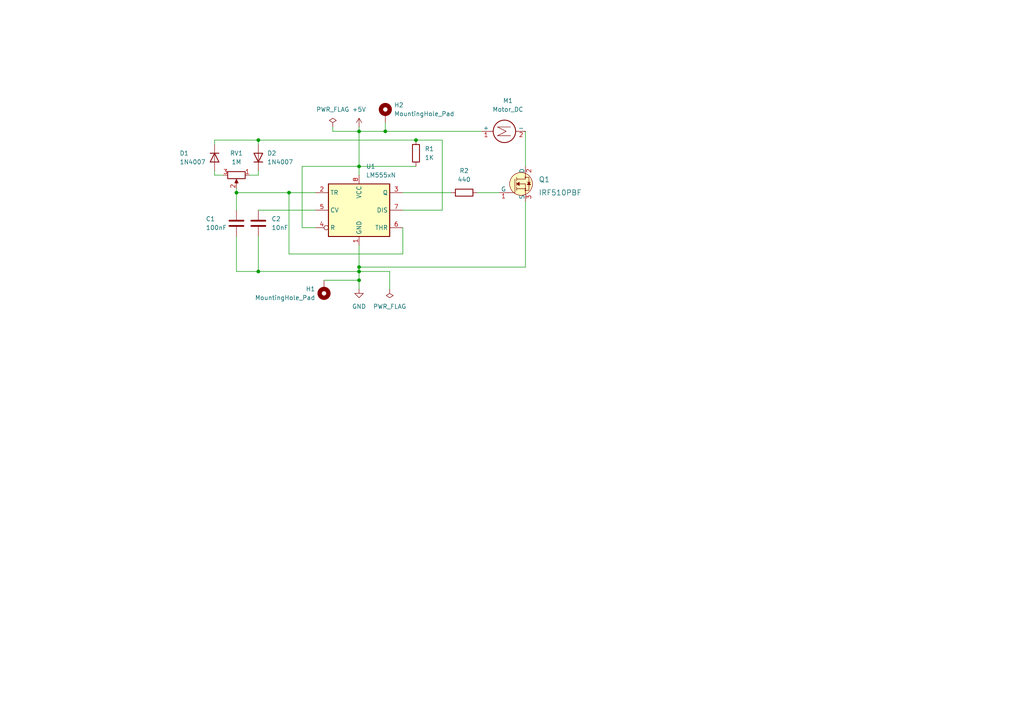
<source format=kicad_sch>
(kicad_sch (version 20211123) (generator eeschema)
  (paper "A4")
  (lib_symbols
    (symbol "Device:C" (pin_numbers hide) (pin_names (offset 0.254))
      (property "Reference" "C" (at 0.635 2.54 0))
      (property "Value" "C" (at 0.635 -2.54 0))
      (symbol "C_0_1"
        (polyline (pts (xy -2.032 -0.762) (xy 2.032 -0.762)) (stroke (width 0.508)))
        (polyline (pts (xy -2.032 0.762) (xy 2.032 0.762)) (stroke (width 0.508)))
      )
      (symbol "C_1_1"
        (pin passive line (at 0 3.81 270) (length 2.794) (name "~") (number "1"))
        (pin passive line (at 0 -3.81 90) (length 2.794) (name "~") (number "2"))
      )
    )
    (symbol "Device:R" (pin_numbers hide) (pin_names (offset 0))
      (property "Reference" "R" (at 2.032 0 90))
      (property "Value" "R" (at 0 0 90))
      (symbol "R_0_1"
        (rectangle (start -1.016 -2.54) (end 1.016 2.54) (stroke (width 0.254)))
      )
      (symbol "R_1_1"
        (pin passive line (at 0 3.81 270) (length 1.27) (name "~") (number "1"))
        (pin passive line (at 0 -3.81 90) (length 1.27) (name "~") (number "2"))
      )
    )
    (symbol "Device:R_Potentiometer" (pin_names (offset 1.016) hide)
      (property "Reference" "RV" (at -4.445 0 90))
      (property "Value" "R_Potentiometer" (at -2.54 0 90))
      (symbol "R_Potentiometer_0_1"
        (polyline (pts (xy 2.54 0) (xy 1.524 0)))
        (polyline (pts (xy 1.143 0) (xy 2.286 0.508) (xy 2.286 -0.508) (xy 1.143 0)) (fill (type outline)))
        (rectangle (start 1.016 2.54) (end -1.016 -2.54) (stroke (width 0.254)))
      )
      (symbol "R_Potentiometer_1_1"
        (pin passive line (at 0 3.81 270) (length 1.27) (name "1") (number "1"))
        (pin passive line (at 3.81 0 180) (length 1.27) (name "2") (number "2"))
        (pin passive line (at 0 -3.81 90) (length 1.27) (name "3") (number "3"))
      )
    )
    (symbol "Diode:1N4007" (pin_numbers hide) (pin_names (offset 1.016) hide)
      (property "Reference" "D" (at 0 2.54 0))
      (property "Value" "1N4007" (at 0 -2.54 0))
      (symbol "1N4007_0_1"
        (polyline (pts (xy -1.27 1.27) (xy -1.27 -1.27)) (stroke (width 0.254)))
        (polyline (pts (xy 1.27 0) (xy -1.27 0)))
        (polyline (pts (xy 1.27 1.27) (xy 1.27 -1.27) (xy -1.27 0) (xy 1.27 1.27)) (stroke (width 0.254)))
      )
      (symbol "1N4007_1_1"
        (pin passive line (at -3.81 0 0) (length 2.54) (name "K") (number "1"))
        (pin passive line (at 3.81 0 180) (length 2.54) (name "A") (number "2"))
      )
    )
    (symbol "Mechanical:MountingHole_Pad" (pin_numbers hide) (pin_names (offset 1.016) hide)
      (property "Reference" "H" (at 0 6.35 0))
      (property "Value" "MountingHole_Pad" (at 0 4.445 0))
      (symbol "MountingHole_Pad_0_1"
        (circle (center 0 1.27) (radius 1.27) (stroke (width 1.27)))
      )
      (symbol "MountingHole_Pad_1_1"
        (pin input line (at 0 -2.54 90) (length 2.54) (name "1") (number "1"))
      )
    )
    (symbol "Motor:Motor_DC" (pin_names (offset 0))
      (property "Reference" "M" (at 2.54 2.54 0))
      (property "Value" "Motor_DC" (at 2.54 -5.08 0))
      (symbol "Motor_DC_0_0"
        (polyline (pts (xy -1.27 -3.302) (xy -1.27 0.508) (xy 0 -2.032) (xy 1.27 0.508) (xy 1.27 -3.302)))
      )
      (symbol "Motor_DC_0_1"
        (circle (center 0 -1.524) (radius 3.2512) (stroke (width 0.254)))
        (polyline (pts (xy 0 -7.62) (xy 0 -7.112)))
        (polyline (pts (xy 0 -4.7752) (xy 0 -5.1816)))
        (polyline (pts (xy 0 1.7272) (xy 0 2.0828)))
        (polyline (pts (xy 0 2.032) (xy 0 2.54)))
      )
      (symbol "Motor_DC_1_1"
        (pin passive line (at 0 5.08 270) (length 2.54) (name "+") (number "1"))
        (pin passive line (at 0 -7.62 90) (length 2.54) (name "-") (number "2"))
      )
    )
    (symbol "Timer:LM555xN"
      (property "Reference" "U" (at -10.16 8.89 0))
      (property "Value" "LM555xN" (at 2.54 8.89 0))
      (symbol "LM555xN_0_0"
        (pin power_in line (at 0 -10.16 90) (length 2.54) (name "GND") (number "1"))
        (pin power_in line (at 0 10.16 270) (length 2.54) (name "VCC") (number "8"))
      )
      (symbol "LM555xN_0_1"
        (rectangle (start -8.89 -7.62) (end 8.89 7.62) (stroke (width 0.254)) (fill (type background)))
        (rectangle (start -8.89 -7.62) (end 8.89 7.62) (stroke (width 0.254)) (fill (type background)))
      )
      (symbol "LM555xN_1_1"
        (pin input line (at -12.7 5.08 0) (length 3.81) (name "TR") (number "2"))
        (pin output line (at 12.7 5.08 180) (length 3.81) (name "Q") (number "3"))
        (pin input inverted (at -12.7 -5.08 0) (length 3.81) (name "R") (number "4"))
        (pin input line (at -12.7 0 0) (length 3.81) (name "CV") (number "5"))
        (pin input line (at 12.7 -5.08 180) (length 3.81) (name "THR") (number "6"))
        (pin input line (at 12.7 0 180) (length 3.81) (name "DIS") (number "7"))
      )
    )
    (symbol "dk_Transistors-FETs-MOSFETs-Single:IRF510PBF" (pin_names (offset 0))
      (property "Reference" "Q" (at -2.6924 3.6322 0))
      (property "Value" "IRF510PBF" (at 3.4544 0 90))
      (symbol "IRF510PBF_0_1"
        (circle (center -1.27 0) (radius 3.302) (fill (type background)))
        (circle (center 0 -1.905) (radius 0.127))
        (circle (center 0 -1.397) (radius 0.127))
        (polyline (pts (xy 0 -1.397) (xy -2.54 -1.397)))
        (polyline (pts (xy -5.08 -2.54) (xy -3.048 -2.54) (xy -3.048 1.397)))
        (polyline (pts (xy 0 -2.54) (xy 0 0) (xy -2.54 0)))
        (polyline (pts (xy 0 2.54) (xy 0 1.397) (xy -2.54 1.397)))
        (polyline (pts (xy -0.127 -1.905) (xy 1.016 -1.905) (xy 1.016 1.397) (xy 1.016 1.905) (xy -0.127 1.905)))
        (circle (center 0 1.905) (radius 0.127))
      )
      (symbol "IRF510PBF_1_1"
        (polyline (pts (xy -2.54 -1.397) (xy -2.54 -1.905)))
        (polyline (pts (xy -2.54 -1.397) (xy -2.54 -0.889)))
        (polyline (pts (xy -2.54 0) (xy -2.54 -0.508)))
        (polyline (pts (xy -2.54 0) (xy -2.54 0.508)))
        (polyline (pts (xy -2.54 1.905) (xy -2.54 0.889)))
        (polyline (pts (xy 1.524 0.508) (xy 0.508 0.508)))
        (polyline (pts (xy -2.54 0) (xy -1.778 0.508) (xy -1.778 -0.508) (xy -2.54 0)) (fill (type outline)))
        (polyline (pts (xy 1.016 0.508) (xy 0.508 -0.254) (xy 1.524 -0.254) (xy 1.016 0.508)) (fill (type outline)))
        (pin bidirectional line (at -7.62 -2.54 0) (length 2.54) (name "G") (number "1"))
        (pin bidirectional line (at 0 5.08 270) (length 2.54) (name "D") (number "2"))
        (pin bidirectional line (at 0 -5.08 90) (length 2.54) (name "S") (number "3"))
      )
    )
    (symbol "power:+5V" (power) (pin_names (offset 0))
      (property "Value" "+5V" (at 0 3.556 0))
      (symbol "+5V_0_1"
        (polyline (pts (xy -0.762 1.27) (xy 0 2.54)))
        (polyline (pts (xy 0 0) (xy 0 2.54)))
        (polyline (pts (xy 0 2.54) (xy 0.762 1.27)))
      )
      (symbol "+5V_1_1"
        (pin power_in line (at 0 0 90) (length 0) hide (name "+5V") (number "1"))
      )
    )
    (symbol "power:GND" (power) (pin_names (offset 0))
      (property "Value" "GND" (at 0 -3.81 0))
      (symbol "GND_0_1"
        (polyline (pts (xy 0 0) (xy 0 -1.27) (xy 1.27 -1.27) (xy 0 -2.54) (xy -1.27 -1.27) (xy 0 -1.27)))
      )
      (symbol "GND_1_1"
        (pin power_in line (at 0 0 270) (length 0) hide (name "GND") (number "1"))
      )
    )
    (symbol "power:PWR_FLAG" (power) (pin_numbers hide) (pin_names (offset 0) hide)
      (property "Value" "PWR_FLAG" (at 0 3.81 0))
      (symbol "PWR_FLAG_0_0"
        (pin power_out line (at 0 0 90) (length 0) (name "pwr") (number "1"))
      )
      (symbol "PWR_FLAG_0_1"
        (polyline (pts (xy 0 0) (xy 0 1.27) (xy -1.016 1.905) (xy 0 2.54) (xy 1.016 1.905) (xy 0 1.27)))
      )
    )
  )
  (junction (at 120.65 40.64))
  (junction (at 104.14 48.26))
  (junction (at 74.93 40.64))
  (junction (at 111.76 38.1))
  (junction (at 68.58 55.88))
  (junction (at 74.93 78.74))
  (junction (at 104.14 77.47))
  (junction (at 83.82 55.88))
  (junction (at 104.14 38.1))
  (junction (at 104.14 81.28))
  (junction (at 104.14 78.74))
  (wire (pts (xy 74.93 60.96) (xy 91.44 60.96)))
  (wire (pts (xy 68.58 68.58) (xy 68.58 78.74)))
  (wire (pts (xy 104.14 48.26) (xy 120.65 48.26)))
  (wire (pts (xy 116.84 73.66) (xy 83.82 73.66)))
  (wire (pts (xy 74.93 68.58) (xy 74.93 78.74)))
  (wire (pts (xy 128.27 60.96) (xy 128.27 40.64)))
  (wire (pts (xy 68.58 78.74) (xy 74.93 78.74)))
  (wire (pts (xy 104.14 77.47) (xy 104.14 78.74)))
  (wire (pts (xy 120.65 40.64) (xy 128.27 40.64)))
  (wire (pts (xy 62.23 50.8) (xy 64.77 50.8)))
  (wire (pts (xy 74.93 49.53) (xy 74.93 50.8)))
  (wire (pts (xy 83.82 73.66) (xy 83.82 55.88)))
  (wire (pts (xy 68.58 55.88) (xy 68.58 60.96)))
  (wire (pts (xy 104.14 38.1) (xy 104.14 48.26)))
  (wire (pts (xy 91.44 66.04) (xy 87.63 66.04)))
  (wire (pts (xy 138.43 55.88) (xy 144.78 55.88)))
  (wire (pts (xy 104.14 81.28) (xy 104.14 83.82)))
  (wire (pts (xy 83.82 55.88) (xy 91.44 55.88)))
  (wire (pts (xy 74.93 78.74) (xy 104.14 78.74)))
  (wire (pts (xy 116.84 66.04) (xy 116.84 73.66)))
  (wire (pts (xy 62.23 40.64) (xy 74.93 40.64)))
  (wire (pts (xy 116.84 60.96) (xy 128.27 60.96)))
  (wire (pts (xy 130.81 55.88) (xy 116.84 55.88)))
  (wire (pts (xy 74.93 40.64) (xy 120.65 40.64)))
  (wire (pts (xy 68.58 55.88) (xy 68.58 54.61)))
  (wire (pts (xy 62.23 49.53) (xy 62.23 50.8)))
  (wire (pts (xy 152.4 58.42) (xy 152.4 77.47)))
  (wire (pts (xy 104.14 48.26) (xy 104.14 50.8)))
  (wire (pts (xy 74.93 50.8) (xy 72.39 50.8)))
  (wire (pts (xy 111.76 35.56) (xy 111.76 38.1)))
  (wire (pts (xy 104.14 71.12) (xy 104.14 77.47)))
  (wire (pts (xy 96.52 36.83) (xy 96.52 38.1)))
  (wire (pts (xy 104.14 78.74) (xy 104.14 81.28)))
  (wire (pts (xy 104.14 38.1) (xy 111.76 38.1)))
  (wire (pts (xy 152.4 38.1) (xy 152.4 48.26)))
  (wire (pts (xy 113.03 78.74) (xy 104.14 78.74)))
  (wire (pts (xy 68.58 55.88) (xy 83.82 55.88)))
  (wire (pts (xy 93.98 81.28) (xy 104.14 81.28)))
  (wire (pts (xy 111.76 38.1) (xy 139.7 38.1)))
  (wire (pts (xy 113.03 83.82) (xy 113.03 78.74)))
  (wire (pts (xy 152.4 77.47) (xy 104.14 77.47)))
  (wire (pts (xy 74.93 41.91) (xy 74.93 40.64)))
  (wire (pts (xy 96.52 38.1) (xy 104.14 38.1)))
  (wire (pts (xy 62.23 41.91) (xy 62.23 40.64)))
  (wire (pts (xy 87.63 66.04) (xy 87.63 48.26)))
  (wire (pts (xy 104.14 38.1) (xy 104.14 36.83)))
  (wire (pts (xy 87.63 48.26) (xy 104.14 48.26)))
  (symbol (lib_id "dk_Transistors-FETs-MOSFETs-Single:IRF510PBF") (at 152.4 53.34 0) (unit 1)
    (property "Reference" "Q1" (at 156.21 52.07 0) (effects (font (size 1.524 1.524)) (justify left)))
    (property "Value" "IRF510PBF" (at 156.21 55.88 0) (effects (font (size 1.524 1.524)) (justify left)))
    (property "Footprint" "digikey-footprints:TO-220-3" (effects hide))
    (property "Datasheet" "http://www.vishay.com/docs/91015/sihf510.pdf" (effects hide))
    (property "Digi-Key_PN" "IRF510PBF-ND" (effects hide))
    (property "MPN" "IRF510PBF" (effects hide))
    (property "Category" "Discrete Semiconductor Products" (effects hide))
    (property "Family" "Transistors - FETs, MOSFETs - Single" (effects hide))
    (property "DK_Datasheet_Link" "http://www.vishay.com/docs/91015/sihf510.pdf" (effects hide))
    (property "DK_Detail_Page" "/product-detail/en/vishay-siliconix/IRF510PBF/IRF510PBF-ND/811710" (effects hide))
    (property "Description" "MOSFET N-CH 100V 5.6A TO-220AB" (effects hide))
    (property "Manufacturer" "Vishay Siliconix" (effects hide))
    (property "Status" "Active" (effects hide))
  )
  (symbol (lib_id "power:+5V") (at 104.14 36.83 0) (unit 1)
    (property "Reference" "#PWR0101" (effects hide))
    (property "Value" "+5V" (at 104.14 31.75 0))
  )
  (symbol (lib_id "Mechanical:MountingHole_Pad") (at 93.98 83.82 0) (mirror x) (unit 1)
    (property "Reference" "H1" (at 91.44 83.8199 0) (effects (justify right)))
    (property "Value" "MountingHole_Pad" (at 91.44 86.3599 0) (effects (justify right)))
    (property "Footprint" "MountingHole:MountingHole_2.5mm_Pad" (effects hide))
  )
  (symbol (lib_id "Mechanical:MountingHole_Pad") (at 111.76 33.02 0) (unit 1)
    (property "Reference" "H2" (at 114.3 30.4799 0) (effects (justify left)))
    (property "Value" "MountingHole_Pad" (at 114.3 33.0199 0) (effects (justify left)))
    (property "Footprint" "MountingHole:MountingHole_2.5mm_Pad" (effects hide))
  )
  (symbol (lib_id "Device:R") (at 120.65 44.45 0) (unit 1)
    (property "Reference" "R1" (at 123.19 43.1799 0) (effects (justify left)))
    (property "Value" "1K" (at 123.19 45.7199 0) (effects (justify left)))
    (property "Footprint" "Resistor_THT:R_Axial_DIN0207_L6.3mm_D2.5mm_P7.62mm_Horizontal" (effects hide))
  )
  (symbol (lib_id "Timer:LM555xN") (at 104.14 60.96 0) (unit 1)
    (property "Reference" "U1" (at 106.1594 48.26 0) (effects (justify left)))
    (property "Value" "LM555xN" (at 106.1594 50.8 0) (effects (justify left)))
    (property "Footprint" "Package_DIP:DIP-8_W7.62mm" (effects hide))
    (property "Datasheet" "http://www.ti.com/lit/ds/symlink/lm555.pdf" (effects hide))
  )
  (symbol (lib_id "Device:R") (at 134.62 55.88 90) (unit 1)
    (property "Reference" "R2" (at 134.62 49.53 90))
    (property "Value" "440" (at 134.62 52.07 90))
    (property "Footprint" "Resistor_THT:R_Axial_DIN0207_L6.3mm_D2.5mm_P7.62mm_Horizontal" (effects hide))
  )
  (symbol (lib_id "Motor:Motor_DC") (at 144.78 38.1 90) (unit 1)
    (property "Reference" "M1" (at 147.32 29.21 90))
    (property "Value" "Motor_DC" (at 147.32 31.75 90))
    (property "Footprint" "Connector_PinHeader_2.54mm:PinHeader_1x02_P2.54mm_Vertical" (effects hide))
  )
  (symbol (lib_id "power:GND") (at 104.14 83.82 0) (unit 1)
    (property "Reference" "#PWR0102" (effects hide))
    (property "Value" "GND" (at 104.14 88.9 0))
  )
  (symbol (lib_id "Diode:1N4007") (at 62.23 45.72 270) (unit 1)
    (property "Reference" "D1" (at 52.07 44.45 90) (effects (justify left)))
    (property "Value" "1N4007" (at 52.07 46.99 90) (effects (justify left)))
    (property "Footprint" "Diode_THT:D_DO-41_SOD81_P10.16mm_Horizontal" (effects hide))
    (property "Datasheet" "http://www.vishay.com/docs/88503/1n4001.pdf" (effects hide))
  )
  (symbol (lib_id "Diode:1N4007") (at 74.93 45.72 90) (unit 1)
    (property "Reference" "D2" (at 77.47 44.4499 90) (effects (justify right)))
    (property "Value" "1N4007" (at 77.47 46.9899 90) (effects (justify right)))
    (property "Footprint" "Diode_THT:D_DO-41_SOD81_P10.16mm_Horizontal" (effects hide))
    (property "Datasheet" "http://www.vishay.com/docs/88503/1n4001.pdf" (effects hide))
  )
  (symbol (lib_id "Device:C") (at 68.58 64.77 0) (unit 1)
    (property "Reference" "C1" (at 59.69 63.5 0) (effects (justify left)))
    (property "Value" "100nF" (at 59.69 66.04 0) (effects (justify left)))
    (property "Footprint" "Capacitor_THT:C_Disc_D4.3mm_W1.9mm_P5.00mm" (effects hide))
  )
  (symbol (lib_id "power:PWR_FLAG") (at 96.52 36.83 0) (unit 1)
    (property "Reference" "#FLG01" (effects hide))
    (property "Value" "PWR_FLAG" (at 96.52 31.75 0))
  )
  (symbol (lib_id "Device:C") (at 74.93 64.77 0) (unit 1)
    (property "Reference" "C2" (at 78.74 63.4999 0) (effects (justify left)))
    (property "Value" "10nF" (at 78.74 66.0399 0) (effects (justify left)))
    (property "Footprint" "Capacitor_THT:C_Disc_D4.3mm_W1.9mm_P5.00mm" (effects hide))
  )
  (symbol (lib_id "Device:R_Potentiometer") (at 68.58 50.8 270) (unit 1)
    (property "Reference" "RV1" (at 68.58 44.45 90))
    (property "Value" "1M" (at 68.58 46.99 90))
    (property "Footprint" "Potentiometer_THT:Potentiometer_Bourns_3386C_Horizontal" (effects hide))
  )
  (symbol (lib_id "power:PWR_FLAG") (at 113.03 83.82 180) (unit 1)
    (property "Reference" "#FLG0101" (effects hide))
    (property "Value" "PWR_FLAG" (at 113.03 88.9 0))
  )
)
</source>
